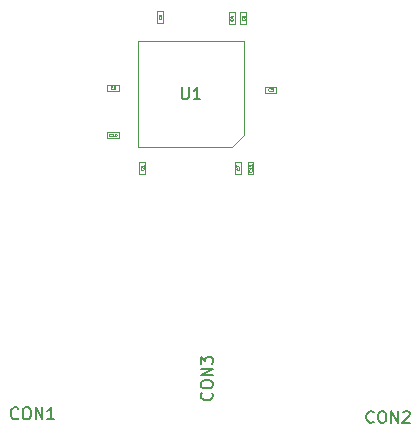
<source format=gbr>
G04 #@! TF.GenerationSoftware,KiCad,Pcbnew,7.0.9-7.0.9~ubuntu22.04.1*
G04 #@! TF.CreationDate,2023-12-06T13:17:01-05:00*
G04 #@! TF.ProjectId,caravel-breakout-qfn,63617261-7665-46c2-9d62-7265616b6f75,2.3*
G04 #@! TF.SameCoordinates,PX2dc6c00PY42c1d80*
G04 #@! TF.FileFunction,AssemblyDrawing,Top*
%FSLAX46Y46*%
G04 Gerber Fmt 4.6, Leading zero omitted, Abs format (unit mm)*
G04 Created by KiCad (PCBNEW 7.0.9-7.0.9~ubuntu22.04.1) date 2023-12-06 13:17:01*
%MOMM*%
%LPD*%
G01*
G04 APERTURE LIST*
%ADD10C,0.150000*%
%ADD11C,0.040000*%
%ADD12C,0.100000*%
G04 APERTURE END LIST*
D10*
X20238095Y29045181D02*
X20238095Y28235658D01*
X20238095Y28235658D02*
X20285714Y28140420D01*
X20285714Y28140420D02*
X20333333Y28092800D01*
X20333333Y28092800D02*
X20428571Y28045181D01*
X20428571Y28045181D02*
X20619047Y28045181D01*
X20619047Y28045181D02*
X20714285Y28092800D01*
X20714285Y28092800D02*
X20761904Y28140420D01*
X20761904Y28140420D02*
X20809523Y28235658D01*
X20809523Y28235658D02*
X20809523Y29045181D01*
X21809523Y28045181D02*
X21238095Y28045181D01*
X21523809Y28045181D02*
X21523809Y29045181D01*
X21523809Y29045181D02*
X21428571Y28902324D01*
X21428571Y28902324D02*
X21333333Y28807086D01*
X21333333Y28807086D02*
X21238095Y28759467D01*
D11*
X25089765Y22178334D02*
X25101670Y22166430D01*
X25101670Y22166430D02*
X25113574Y22130715D01*
X25113574Y22130715D02*
X25113574Y22106906D01*
X25113574Y22106906D02*
X25101670Y22071192D01*
X25101670Y22071192D02*
X25077860Y22047382D01*
X25077860Y22047382D02*
X25054050Y22035477D01*
X25054050Y22035477D02*
X25006431Y22023573D01*
X25006431Y22023573D02*
X24970717Y22023573D01*
X24970717Y22023573D02*
X24923098Y22035477D01*
X24923098Y22035477D02*
X24899289Y22047382D01*
X24899289Y22047382D02*
X24875479Y22071192D01*
X24875479Y22071192D02*
X24863574Y22106906D01*
X24863574Y22106906D02*
X24863574Y22130715D01*
X24863574Y22130715D02*
X24875479Y22166430D01*
X24875479Y22166430D02*
X24887384Y22178334D01*
X24863574Y22261668D02*
X24863574Y22428334D01*
X24863574Y22428334D02*
X25113574Y22321192D01*
X16989765Y22208334D02*
X17001670Y22196430D01*
X17001670Y22196430D02*
X17013574Y22160715D01*
X17013574Y22160715D02*
X17013574Y22136906D01*
X17013574Y22136906D02*
X17001670Y22101192D01*
X17001670Y22101192D02*
X16977860Y22077382D01*
X16977860Y22077382D02*
X16954050Y22065477D01*
X16954050Y22065477D02*
X16906431Y22053573D01*
X16906431Y22053573D02*
X16870717Y22053573D01*
X16870717Y22053573D02*
X16823098Y22065477D01*
X16823098Y22065477D02*
X16799289Y22077382D01*
X16799289Y22077382D02*
X16775479Y22101192D01*
X16775479Y22101192D02*
X16763574Y22136906D01*
X16763574Y22136906D02*
X16763574Y22160715D01*
X16763574Y22160715D02*
X16775479Y22196430D01*
X16775479Y22196430D02*
X16787384Y22208334D01*
X17013574Y22446430D02*
X17013574Y22303573D01*
X17013574Y22375001D02*
X16763574Y22375001D01*
X16763574Y22375001D02*
X16799289Y22351192D01*
X16799289Y22351192D02*
X16823098Y22327382D01*
X16823098Y22327382D02*
X16835003Y22303573D01*
X14358333Y28910235D02*
X14346429Y28898330D01*
X14346429Y28898330D02*
X14310714Y28886426D01*
X14310714Y28886426D02*
X14286905Y28886426D01*
X14286905Y28886426D02*
X14251191Y28898330D01*
X14251191Y28898330D02*
X14227381Y28922140D01*
X14227381Y28922140D02*
X14215476Y28945950D01*
X14215476Y28945950D02*
X14203572Y28993569D01*
X14203572Y28993569D02*
X14203572Y29029283D01*
X14203572Y29029283D02*
X14215476Y29076902D01*
X14215476Y29076902D02*
X14227381Y29100711D01*
X14227381Y29100711D02*
X14251191Y29124521D01*
X14251191Y29124521D02*
X14286905Y29136426D01*
X14286905Y29136426D02*
X14310714Y29136426D01*
X14310714Y29136426D02*
X14346429Y29124521D01*
X14346429Y29124521D02*
X14358333Y29112616D01*
X14453572Y29112616D02*
X14465476Y29124521D01*
X14465476Y29124521D02*
X14489286Y29136426D01*
X14489286Y29136426D02*
X14548810Y29136426D01*
X14548810Y29136426D02*
X14572619Y29124521D01*
X14572619Y29124521D02*
X14584524Y29112616D01*
X14584524Y29112616D02*
X14596429Y29088807D01*
X14596429Y29088807D02*
X14596429Y29064997D01*
X14596429Y29064997D02*
X14584524Y29029283D01*
X14584524Y29029283D02*
X14441667Y28886426D01*
X14441667Y28886426D02*
X14596429Y28886426D01*
X25539765Y34878334D02*
X25551670Y34866430D01*
X25551670Y34866430D02*
X25563574Y34830715D01*
X25563574Y34830715D02*
X25563574Y34806906D01*
X25563574Y34806906D02*
X25551670Y34771192D01*
X25551670Y34771192D02*
X25527860Y34747382D01*
X25527860Y34747382D02*
X25504050Y34735477D01*
X25504050Y34735477D02*
X25456431Y34723573D01*
X25456431Y34723573D02*
X25420717Y34723573D01*
X25420717Y34723573D02*
X25373098Y34735477D01*
X25373098Y34735477D02*
X25349289Y34747382D01*
X25349289Y34747382D02*
X25325479Y34771192D01*
X25325479Y34771192D02*
X25313574Y34806906D01*
X25313574Y34806906D02*
X25313574Y34830715D01*
X25313574Y34830715D02*
X25325479Y34866430D01*
X25325479Y34866430D02*
X25337384Y34878334D01*
X25313574Y35092620D02*
X25313574Y35045001D01*
X25313574Y35045001D02*
X25325479Y35021192D01*
X25325479Y35021192D02*
X25337384Y35009287D01*
X25337384Y35009287D02*
X25373098Y34985477D01*
X25373098Y34985477D02*
X25420717Y34973573D01*
X25420717Y34973573D02*
X25515955Y34973573D01*
X25515955Y34973573D02*
X25539765Y34985477D01*
X25539765Y34985477D02*
X25551670Y34997382D01*
X25551670Y34997382D02*
X25563574Y35021192D01*
X25563574Y35021192D02*
X25563574Y35068811D01*
X25563574Y35068811D02*
X25551670Y35092620D01*
X25551670Y35092620D02*
X25539765Y35104525D01*
X25539765Y35104525D02*
X25515955Y35116430D01*
X25515955Y35116430D02*
X25456431Y35116430D01*
X25456431Y35116430D02*
X25432622Y35104525D01*
X25432622Y35104525D02*
X25420717Y35092620D01*
X25420717Y35092620D02*
X25408812Y35068811D01*
X25408812Y35068811D02*
X25408812Y35021192D01*
X25408812Y35021192D02*
X25420717Y34997382D01*
X25420717Y34997382D02*
X25432622Y34985477D01*
X25432622Y34985477D02*
X25456431Y34973573D01*
X24539765Y34858334D02*
X24551670Y34846430D01*
X24551670Y34846430D02*
X24563574Y34810715D01*
X24563574Y34810715D02*
X24563574Y34786906D01*
X24563574Y34786906D02*
X24551670Y34751192D01*
X24551670Y34751192D02*
X24527860Y34727382D01*
X24527860Y34727382D02*
X24504050Y34715477D01*
X24504050Y34715477D02*
X24456431Y34703573D01*
X24456431Y34703573D02*
X24420717Y34703573D01*
X24420717Y34703573D02*
X24373098Y34715477D01*
X24373098Y34715477D02*
X24349289Y34727382D01*
X24349289Y34727382D02*
X24325479Y34751192D01*
X24325479Y34751192D02*
X24313574Y34786906D01*
X24313574Y34786906D02*
X24313574Y34810715D01*
X24313574Y34810715D02*
X24325479Y34846430D01*
X24325479Y34846430D02*
X24337384Y34858334D01*
X24396908Y35072620D02*
X24563574Y35072620D01*
X24301670Y35013096D02*
X24480241Y34953573D01*
X24480241Y34953573D02*
X24480241Y35108334D01*
X18489765Y34958334D02*
X18501670Y34946430D01*
X18501670Y34946430D02*
X18513574Y34910715D01*
X18513574Y34910715D02*
X18513574Y34886906D01*
X18513574Y34886906D02*
X18501670Y34851192D01*
X18501670Y34851192D02*
X18477860Y34827382D01*
X18477860Y34827382D02*
X18454050Y34815477D01*
X18454050Y34815477D02*
X18406431Y34803573D01*
X18406431Y34803573D02*
X18370717Y34803573D01*
X18370717Y34803573D02*
X18323098Y34815477D01*
X18323098Y34815477D02*
X18299289Y34827382D01*
X18299289Y34827382D02*
X18275479Y34851192D01*
X18275479Y34851192D02*
X18263574Y34886906D01*
X18263574Y34886906D02*
X18263574Y34910715D01*
X18263574Y34910715D02*
X18275479Y34946430D01*
X18275479Y34946430D02*
X18287384Y34958334D01*
X18263574Y35041668D02*
X18263574Y35196430D01*
X18263574Y35196430D02*
X18358812Y35113096D01*
X18358812Y35113096D02*
X18358812Y35148811D01*
X18358812Y35148811D02*
X18370717Y35172620D01*
X18370717Y35172620D02*
X18382622Y35184525D01*
X18382622Y35184525D02*
X18406431Y35196430D01*
X18406431Y35196430D02*
X18465955Y35196430D01*
X18465955Y35196430D02*
X18489765Y35184525D01*
X18489765Y35184525D02*
X18501670Y35172620D01*
X18501670Y35172620D02*
X18513574Y35148811D01*
X18513574Y35148811D02*
X18513574Y35077382D01*
X18513574Y35077382D02*
X18501670Y35053573D01*
X18501670Y35053573D02*
X18489765Y35041668D01*
X27708333Y28760235D02*
X27696429Y28748330D01*
X27696429Y28748330D02*
X27660714Y28736426D01*
X27660714Y28736426D02*
X27636905Y28736426D01*
X27636905Y28736426D02*
X27601191Y28748330D01*
X27601191Y28748330D02*
X27577381Y28772140D01*
X27577381Y28772140D02*
X27565476Y28795950D01*
X27565476Y28795950D02*
X27553572Y28843569D01*
X27553572Y28843569D02*
X27553572Y28879283D01*
X27553572Y28879283D02*
X27565476Y28926902D01*
X27565476Y28926902D02*
X27577381Y28950711D01*
X27577381Y28950711D02*
X27601191Y28974521D01*
X27601191Y28974521D02*
X27636905Y28986426D01*
X27636905Y28986426D02*
X27660714Y28986426D01*
X27660714Y28986426D02*
X27696429Y28974521D01*
X27696429Y28974521D02*
X27708333Y28962616D01*
X27934524Y28986426D02*
X27815476Y28986426D01*
X27815476Y28986426D02*
X27803572Y28867378D01*
X27803572Y28867378D02*
X27815476Y28879283D01*
X27815476Y28879283D02*
X27839286Y28891188D01*
X27839286Y28891188D02*
X27898810Y28891188D01*
X27898810Y28891188D02*
X27922619Y28879283D01*
X27922619Y28879283D02*
X27934524Y28867378D01*
X27934524Y28867378D02*
X27946429Y28843569D01*
X27946429Y28843569D02*
X27946429Y28784045D01*
X27946429Y28784045D02*
X27934524Y28760235D01*
X27934524Y28760235D02*
X27922619Y28748330D01*
X27922619Y28748330D02*
X27898810Y28736426D01*
X27898810Y28736426D02*
X27839286Y28736426D01*
X27839286Y28736426D02*
X27815476Y28748330D01*
X27815476Y28748330D02*
X27803572Y28760235D01*
D10*
X36485714Y740420D02*
X36438095Y692800D01*
X36438095Y692800D02*
X36295238Y645181D01*
X36295238Y645181D02*
X36200000Y645181D01*
X36200000Y645181D02*
X36057143Y692800D01*
X36057143Y692800D02*
X35961905Y788039D01*
X35961905Y788039D02*
X35914286Y883277D01*
X35914286Y883277D02*
X35866667Y1073753D01*
X35866667Y1073753D02*
X35866667Y1216610D01*
X35866667Y1216610D02*
X35914286Y1407086D01*
X35914286Y1407086D02*
X35961905Y1502324D01*
X35961905Y1502324D02*
X36057143Y1597562D01*
X36057143Y1597562D02*
X36200000Y1645181D01*
X36200000Y1645181D02*
X36295238Y1645181D01*
X36295238Y1645181D02*
X36438095Y1597562D01*
X36438095Y1597562D02*
X36485714Y1549943D01*
X37104762Y1645181D02*
X37295238Y1645181D01*
X37295238Y1645181D02*
X37390476Y1597562D01*
X37390476Y1597562D02*
X37485714Y1502324D01*
X37485714Y1502324D02*
X37533333Y1311848D01*
X37533333Y1311848D02*
X37533333Y978515D01*
X37533333Y978515D02*
X37485714Y788039D01*
X37485714Y788039D02*
X37390476Y692800D01*
X37390476Y692800D02*
X37295238Y645181D01*
X37295238Y645181D02*
X37104762Y645181D01*
X37104762Y645181D02*
X37009524Y692800D01*
X37009524Y692800D02*
X36914286Y788039D01*
X36914286Y788039D02*
X36866667Y978515D01*
X36866667Y978515D02*
X36866667Y1311848D01*
X36866667Y1311848D02*
X36914286Y1502324D01*
X36914286Y1502324D02*
X37009524Y1597562D01*
X37009524Y1597562D02*
X37104762Y1645181D01*
X37961905Y645181D02*
X37961905Y1645181D01*
X37961905Y1645181D02*
X38533333Y645181D01*
X38533333Y645181D02*
X38533333Y1645181D01*
X38961905Y1549943D02*
X39009524Y1597562D01*
X39009524Y1597562D02*
X39104762Y1645181D01*
X39104762Y1645181D02*
X39342857Y1645181D01*
X39342857Y1645181D02*
X39438095Y1597562D01*
X39438095Y1597562D02*
X39485714Y1549943D01*
X39485714Y1549943D02*
X39533333Y1454705D01*
X39533333Y1454705D02*
X39533333Y1359467D01*
X39533333Y1359467D02*
X39485714Y1216610D01*
X39485714Y1216610D02*
X38914286Y645181D01*
X38914286Y645181D02*
X39533333Y645181D01*
D11*
X26139765Y22039286D02*
X26151670Y22027382D01*
X26151670Y22027382D02*
X26163574Y21991667D01*
X26163574Y21991667D02*
X26163574Y21967858D01*
X26163574Y21967858D02*
X26151670Y21932144D01*
X26151670Y21932144D02*
X26127860Y21908334D01*
X26127860Y21908334D02*
X26104050Y21896429D01*
X26104050Y21896429D02*
X26056431Y21884525D01*
X26056431Y21884525D02*
X26020717Y21884525D01*
X26020717Y21884525D02*
X25973098Y21896429D01*
X25973098Y21896429D02*
X25949289Y21908334D01*
X25949289Y21908334D02*
X25925479Y21932144D01*
X25925479Y21932144D02*
X25913574Y21967858D01*
X25913574Y21967858D02*
X25913574Y21991667D01*
X25913574Y21991667D02*
X25925479Y22027382D01*
X25925479Y22027382D02*
X25937384Y22039286D01*
X26163574Y22277382D02*
X26163574Y22134525D01*
X26163574Y22205953D02*
X25913574Y22205953D01*
X25913574Y22205953D02*
X25949289Y22182144D01*
X25949289Y22182144D02*
X25973098Y22158334D01*
X25973098Y22158334D02*
X25985003Y22134525D01*
X26163574Y22515477D02*
X26163574Y22372620D01*
X26163574Y22444048D02*
X25913574Y22444048D01*
X25913574Y22444048D02*
X25949289Y22420239D01*
X25949289Y22420239D02*
X25973098Y22396429D01*
X25973098Y22396429D02*
X25985003Y22372620D01*
X14239285Y24910235D02*
X14227381Y24898330D01*
X14227381Y24898330D02*
X14191666Y24886426D01*
X14191666Y24886426D02*
X14167857Y24886426D01*
X14167857Y24886426D02*
X14132143Y24898330D01*
X14132143Y24898330D02*
X14108333Y24922140D01*
X14108333Y24922140D02*
X14096428Y24945950D01*
X14096428Y24945950D02*
X14084524Y24993569D01*
X14084524Y24993569D02*
X14084524Y25029283D01*
X14084524Y25029283D02*
X14096428Y25076902D01*
X14096428Y25076902D02*
X14108333Y25100711D01*
X14108333Y25100711D02*
X14132143Y25124521D01*
X14132143Y25124521D02*
X14167857Y25136426D01*
X14167857Y25136426D02*
X14191666Y25136426D01*
X14191666Y25136426D02*
X14227381Y25124521D01*
X14227381Y25124521D02*
X14239285Y25112616D01*
X14477381Y24886426D02*
X14334524Y24886426D01*
X14405952Y24886426D02*
X14405952Y25136426D01*
X14405952Y25136426D02*
X14382143Y25100711D01*
X14382143Y25100711D02*
X14358333Y25076902D01*
X14358333Y25076902D02*
X14334524Y25064997D01*
X14632142Y25136426D02*
X14655952Y25136426D01*
X14655952Y25136426D02*
X14679761Y25124521D01*
X14679761Y25124521D02*
X14691666Y25112616D01*
X14691666Y25112616D02*
X14703571Y25088807D01*
X14703571Y25088807D02*
X14715476Y25041188D01*
X14715476Y25041188D02*
X14715476Y24981664D01*
X14715476Y24981664D02*
X14703571Y24934045D01*
X14703571Y24934045D02*
X14691666Y24910235D01*
X14691666Y24910235D02*
X14679761Y24898330D01*
X14679761Y24898330D02*
X14655952Y24886426D01*
X14655952Y24886426D02*
X14632142Y24886426D01*
X14632142Y24886426D02*
X14608333Y24898330D01*
X14608333Y24898330D02*
X14596428Y24910235D01*
X14596428Y24910235D02*
X14584523Y24934045D01*
X14584523Y24934045D02*
X14572619Y24981664D01*
X14572619Y24981664D02*
X14572619Y25041188D01*
X14572619Y25041188D02*
X14584523Y25088807D01*
X14584523Y25088807D02*
X14596428Y25112616D01*
X14596428Y25112616D02*
X14608333Y25124521D01*
X14608333Y25124521D02*
X14632142Y25136426D01*
D10*
X22759580Y3185715D02*
X22807200Y3138096D01*
X22807200Y3138096D02*
X22854819Y2995239D01*
X22854819Y2995239D02*
X22854819Y2900001D01*
X22854819Y2900001D02*
X22807200Y2757144D01*
X22807200Y2757144D02*
X22711961Y2661906D01*
X22711961Y2661906D02*
X22616723Y2614287D01*
X22616723Y2614287D02*
X22426247Y2566668D01*
X22426247Y2566668D02*
X22283390Y2566668D01*
X22283390Y2566668D02*
X22092914Y2614287D01*
X22092914Y2614287D02*
X21997676Y2661906D01*
X21997676Y2661906D02*
X21902438Y2757144D01*
X21902438Y2757144D02*
X21854819Y2900001D01*
X21854819Y2900001D02*
X21854819Y2995239D01*
X21854819Y2995239D02*
X21902438Y3138096D01*
X21902438Y3138096D02*
X21950057Y3185715D01*
X21854819Y3804763D02*
X21854819Y3995239D01*
X21854819Y3995239D02*
X21902438Y4090477D01*
X21902438Y4090477D02*
X21997676Y4185715D01*
X21997676Y4185715D02*
X22188152Y4233334D01*
X22188152Y4233334D02*
X22521485Y4233334D01*
X22521485Y4233334D02*
X22711961Y4185715D01*
X22711961Y4185715D02*
X22807200Y4090477D01*
X22807200Y4090477D02*
X22854819Y3995239D01*
X22854819Y3995239D02*
X22854819Y3804763D01*
X22854819Y3804763D02*
X22807200Y3709525D01*
X22807200Y3709525D02*
X22711961Y3614287D01*
X22711961Y3614287D02*
X22521485Y3566668D01*
X22521485Y3566668D02*
X22188152Y3566668D01*
X22188152Y3566668D02*
X21997676Y3614287D01*
X21997676Y3614287D02*
X21902438Y3709525D01*
X21902438Y3709525D02*
X21854819Y3804763D01*
X22854819Y4661906D02*
X21854819Y4661906D01*
X21854819Y4661906D02*
X22854819Y5233334D01*
X22854819Y5233334D02*
X21854819Y5233334D01*
X21854819Y5614287D02*
X21854819Y6233334D01*
X21854819Y6233334D02*
X22235771Y5900001D01*
X22235771Y5900001D02*
X22235771Y6042858D01*
X22235771Y6042858D02*
X22283390Y6138096D01*
X22283390Y6138096D02*
X22331009Y6185715D01*
X22331009Y6185715D02*
X22426247Y6233334D01*
X22426247Y6233334D02*
X22664342Y6233334D01*
X22664342Y6233334D02*
X22759580Y6185715D01*
X22759580Y6185715D02*
X22807200Y6138096D01*
X22807200Y6138096D02*
X22854819Y6042858D01*
X22854819Y6042858D02*
X22854819Y5757144D01*
X22854819Y5757144D02*
X22807200Y5661906D01*
X22807200Y5661906D02*
X22759580Y5614287D01*
X6385714Y1040420D02*
X6338095Y992800D01*
X6338095Y992800D02*
X6195238Y945181D01*
X6195238Y945181D02*
X6100000Y945181D01*
X6100000Y945181D02*
X5957143Y992800D01*
X5957143Y992800D02*
X5861905Y1088039D01*
X5861905Y1088039D02*
X5814286Y1183277D01*
X5814286Y1183277D02*
X5766667Y1373753D01*
X5766667Y1373753D02*
X5766667Y1516610D01*
X5766667Y1516610D02*
X5814286Y1707086D01*
X5814286Y1707086D02*
X5861905Y1802324D01*
X5861905Y1802324D02*
X5957143Y1897562D01*
X5957143Y1897562D02*
X6100000Y1945181D01*
X6100000Y1945181D02*
X6195238Y1945181D01*
X6195238Y1945181D02*
X6338095Y1897562D01*
X6338095Y1897562D02*
X6385714Y1849943D01*
X7004762Y1945181D02*
X7195238Y1945181D01*
X7195238Y1945181D02*
X7290476Y1897562D01*
X7290476Y1897562D02*
X7385714Y1802324D01*
X7385714Y1802324D02*
X7433333Y1611848D01*
X7433333Y1611848D02*
X7433333Y1278515D01*
X7433333Y1278515D02*
X7385714Y1088039D01*
X7385714Y1088039D02*
X7290476Y992800D01*
X7290476Y992800D02*
X7195238Y945181D01*
X7195238Y945181D02*
X7004762Y945181D01*
X7004762Y945181D02*
X6909524Y992800D01*
X6909524Y992800D02*
X6814286Y1088039D01*
X6814286Y1088039D02*
X6766667Y1278515D01*
X6766667Y1278515D02*
X6766667Y1611848D01*
X6766667Y1611848D02*
X6814286Y1802324D01*
X6814286Y1802324D02*
X6909524Y1897562D01*
X6909524Y1897562D02*
X7004762Y1945181D01*
X7861905Y945181D02*
X7861905Y1945181D01*
X7861905Y1945181D02*
X8433333Y945181D01*
X8433333Y945181D02*
X8433333Y1945181D01*
X9433333Y945181D02*
X8861905Y945181D01*
X9147619Y945181D02*
X9147619Y1945181D01*
X9147619Y1945181D02*
X9052381Y1802324D01*
X9052381Y1802324D02*
X8957143Y1707086D01*
X8957143Y1707086D02*
X8861905Y1659467D01*
D12*
X16500000Y33000000D02*
X25500000Y33000000D01*
X25500000Y33000000D02*
X25500000Y25000000D01*
X16500000Y24000000D02*
X16500000Y33000000D01*
X24500000Y24000000D02*
X16500000Y24000000D01*
X25500000Y25000000D02*
X24500000Y24000000D01*
X24750000Y21720000D02*
X24750000Y22720000D01*
X25250000Y21720000D02*
X24750000Y21720000D01*
X24750000Y22720000D02*
X25250000Y22720000D01*
X25250000Y22720000D02*
X25250000Y21720000D01*
X16650000Y21750000D02*
X16650000Y22750000D01*
X17150000Y21750000D02*
X16650000Y21750000D01*
X16650000Y22750000D02*
X17150000Y22750000D01*
X17150000Y22750000D02*
X17150000Y21750000D01*
X14900000Y28750000D02*
X13900000Y28750000D01*
X14900000Y29250000D02*
X14900000Y28750000D01*
X13900000Y28750000D02*
X13900000Y29250000D01*
X13900000Y29250000D02*
X14900000Y29250000D01*
X25700000Y35420000D02*
X25700000Y34420000D01*
X25200000Y35420000D02*
X25700000Y35420000D01*
X25700000Y34420000D02*
X25200000Y34420000D01*
X25200000Y34420000D02*
X25200000Y35420000D01*
X24700000Y35400000D02*
X24700000Y34400000D01*
X24200000Y35400000D02*
X24700000Y35400000D01*
X24700000Y34400000D02*
X24200000Y34400000D01*
X24200000Y34400000D02*
X24200000Y35400000D01*
X18150000Y34500000D02*
X18150000Y35500000D01*
X18650000Y34500000D02*
X18150000Y34500000D01*
X18150000Y35500000D02*
X18650000Y35500000D01*
X18650000Y35500000D02*
X18650000Y34500000D01*
X28250000Y28600000D02*
X27250000Y28600000D01*
X28250000Y29100000D02*
X28250000Y28600000D01*
X27250000Y28600000D02*
X27250000Y29100000D01*
X27250000Y29100000D02*
X28250000Y29100000D01*
X25800000Y21700000D02*
X25800000Y22700000D01*
X26300000Y21700000D02*
X25800000Y21700000D01*
X25800000Y22700000D02*
X26300000Y22700000D01*
X26300000Y22700000D02*
X26300000Y21700000D01*
X14900000Y24750000D02*
X13900000Y24750000D01*
X14900000Y25250000D02*
X14900000Y24750000D01*
X13900000Y24750000D02*
X13900000Y25250000D01*
X13900000Y25250000D02*
X14900000Y25250000D01*
M02*

</source>
